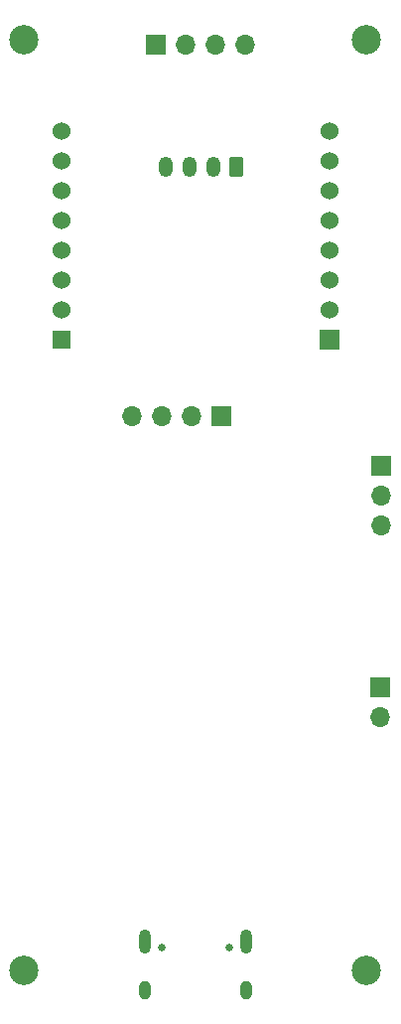
<source format=gbr>
%TF.GenerationSoftware,KiCad,Pcbnew,(6.0.1)*%
%TF.CreationDate,2022-05-29T12:12:57+02:00*%
%TF.ProjectId,Ganimede_Esp8266,47616e69-6d65-4646-955f-457370383236,rev?*%
%TF.SameCoordinates,Original*%
%TF.FileFunction,Soldermask,Bot*%
%TF.FilePolarity,Negative*%
%FSLAX46Y46*%
G04 Gerber Fmt 4.6, Leading zero omitted, Abs format (unit mm)*
G04 Created by KiCad (PCBNEW (6.0.1)) date 2022-05-29 12:12:57*
%MOMM*%
%LPD*%
G01*
G04 APERTURE LIST*
G04 Aperture macros list*
%AMRoundRect*
0 Rectangle with rounded corners*
0 $1 Rounding radius*
0 $2 $3 $4 $5 $6 $7 $8 $9 X,Y pos of 4 corners*
0 Add a 4 corners polygon primitive as box body*
4,1,4,$2,$3,$4,$5,$6,$7,$8,$9,$2,$3,0*
0 Add four circle primitives for the rounded corners*
1,1,$1+$1,$2,$3*
1,1,$1+$1,$4,$5*
1,1,$1+$1,$6,$7*
1,1,$1+$1,$8,$9*
0 Add four rect primitives between the rounded corners*
20,1,$1+$1,$2,$3,$4,$5,0*
20,1,$1+$1,$4,$5,$6,$7,0*
20,1,$1+$1,$6,$7,$8,$9,0*
20,1,$1+$1,$8,$9,$2,$3,0*%
G04 Aperture macros list end*
%ADD10R,1.700000X1.700000*%
%ADD11O,1.700000X1.700000*%
%ADD12C,2.500000*%
%ADD13C,0.650000*%
%ADD14O,1.000000X2.100000*%
%ADD15O,1.000000X1.600000*%
%ADD16RoundRect,0.250000X0.350000X0.625000X-0.350000X0.625000X-0.350000X-0.625000X0.350000X-0.625000X0*%
%ADD17O,1.200000X1.750000*%
%ADD18R,1.676400X1.676400*%
%ADD19C,1.524000*%
%ADD20R,1.524000X1.524000*%
G04 APERTURE END LIST*
D10*
%TO.C,CN5*%
X160578800Y-104749600D03*
D11*
X160578800Y-107289600D03*
%TD*%
D12*
%TO.C,REF\u002A\u002A*%
X159385000Y-128905000D03*
%TD*%
D13*
%TO.C,CN1*%
X141890000Y-126940000D03*
X147670000Y-126940000D03*
D14*
X140460000Y-126410000D03*
X149100000Y-126410000D03*
D15*
X140460000Y-130590000D03*
X149100000Y-130590000D03*
%TD*%
D12*
%TO.C,REF\u002A\u002A*%
X159385000Y-49530000D03*
%TD*%
D16*
%TO.C,CN3*%
X148288000Y-60362000D03*
D17*
X146288000Y-60362000D03*
X144288000Y-60362000D03*
X142288000Y-60362000D03*
%TD*%
D18*
%TO.C,CN2*%
X156210000Y-75120500D03*
D19*
X156210000Y-72580500D03*
X156210000Y-70040500D03*
X156210000Y-67500500D03*
X156210000Y-64960500D03*
X156210000Y-62420500D03*
X156210000Y-59880500D03*
X156210000Y-57340500D03*
X133350000Y-57340500D03*
X133350000Y-59880500D03*
X133350000Y-62420500D03*
X133350000Y-64960500D03*
X133350000Y-67500500D03*
X133350000Y-70040500D03*
X133350000Y-72580500D03*
D20*
X133350000Y-75120500D03*
%TD*%
D12*
%TO.C,REF\u002A\u002A*%
X130175000Y-49530000D03*
%TD*%
D10*
%TO.C,CN7*%
X141437200Y-49987200D03*
D11*
X143977200Y-49987200D03*
X146517200Y-49987200D03*
X149057200Y-49987200D03*
%TD*%
D12*
%TO.C,REF\u002A\u002A*%
X130175000Y-128905000D03*
%TD*%
D10*
%TO.C,CN4*%
X160629600Y-85917800D03*
D11*
X160629600Y-88457800D03*
X160629600Y-90997800D03*
%TD*%
D10*
%TO.C,CN6*%
X146954400Y-81635600D03*
D11*
X144414400Y-81635600D03*
X141874400Y-81635600D03*
X139334400Y-81635600D03*
%TD*%
M02*

</source>
